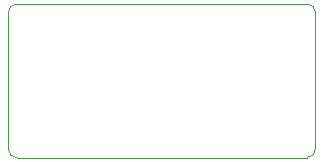
<source format=gko>
G04*
G04 #@! TF.GenerationSoftware,Altium Limited,Altium Designer,22.7.1 (60)*
G04*
G04 Layer_Color=16711935*
%FSLAX43Y43*%
%MOMM*%
G71*
G04*
G04 #@! TF.SameCoordinates,DF1E0758-EE3D-4B36-99E4-D52E4057D36D*
G04*
G04*
G04 #@! TF.FilePolarity,Positive*
G04*
G01*
G75*
%ADD52C,0.100*%
D52*
X26000Y12300D02*
G03*
X25300Y13000I-700J0D01*
G01*
Y0D02*
G03*
X26000Y700I0J700D01*
G01*
X0D02*
G03*
X700Y0I700J0D01*
G01*
Y13000D02*
G03*
X0Y12300I0J-700D01*
G01*
X700Y13000D02*
X25300Y13000D01*
X26000Y700D02*
Y12300D01*
X700Y0D02*
X25300Y-0D01*
X0Y700D02*
Y12300D01*
M02*

</source>
